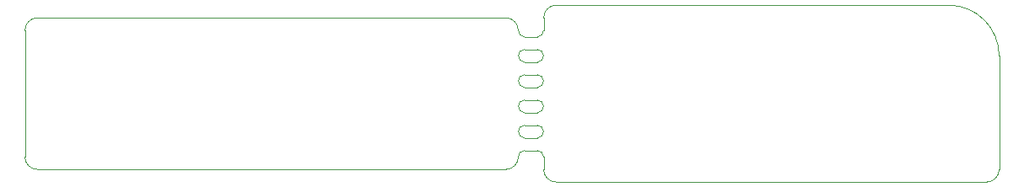
<source format=gbr>
%TF.GenerationSoftware,KiCad,Pcbnew,7.0.1*%
%TF.CreationDate,2023-04-19T17:15:15+02:00*%
%TF.ProjectId,rtl8762ckf-dev-board,72746c38-3736-4326-936b-662d6465762d,0.1.0*%
%TF.SameCoordinates,Original*%
%TF.FileFunction,Profile,NP*%
%FSLAX46Y46*%
G04 Gerber Fmt 4.6, Leading zero omitted, Abs format (unit mm)*
G04 Created by KiCad (PCBNEW 7.0.1) date 2023-04-19 17:15:15*
%MOMM*%
%LPD*%
G01*
G04 APERTURE LIST*
%TA.AperFunction,Profile*%
%ADD10C,0.100000*%
%TD*%
G04 APERTURE END LIST*
D10*
X179069999Y-134620000D02*
G75*
G03*
X180340000Y-135890001I1270001J0D01*
G01*
X177165000Y-122555001D02*
G75*
G03*
X176530001Y-123190000I0J-634999D01*
G01*
X177165000Y-130175001D02*
G75*
G03*
X176530001Y-130810000I0J-634999D01*
G01*
X178435000Y-121284999D02*
G75*
G03*
X179069999Y-120650000I0J634999D01*
G01*
X176530001Y-120650000D02*
G75*
G03*
X175260000Y-119379999I-1270001J0D01*
G01*
X127000000Y-120650000D02*
X126999999Y-133350000D01*
X177165000Y-126364999D02*
X178435000Y-126364999D01*
X179069999Y-128270000D02*
G75*
G03*
X178435000Y-127635001I-634999J0D01*
G01*
X128270000Y-119380000D02*
X175260000Y-119379999D01*
X177165000Y-131444999D02*
X178435000Y-131444999D01*
X223519999Y-135890000D02*
G75*
G03*
X224790000Y-134620000I1J1270000D01*
G01*
X178435000Y-128904999D02*
G75*
G03*
X179069999Y-128270000I0J634999D01*
G01*
X224789999Y-123190000D02*
X224790000Y-134620000D01*
X177165000Y-125095001D02*
G75*
G03*
X176530001Y-125730000I0J-634999D01*
G01*
X126999999Y-133350000D02*
G75*
G03*
X128270000Y-134620001I1270001J0D01*
G01*
X178435000Y-123824999D02*
G75*
G03*
X179069999Y-123190000I0J634999D01*
G01*
X179069999Y-130810000D02*
G75*
G03*
X178435000Y-130175001I-634999J0D01*
G01*
X128270000Y-134620001D02*
X175260000Y-134620001D01*
X177165000Y-130175001D02*
X178435000Y-130175001D01*
X177165000Y-127635001D02*
G75*
G03*
X176530001Y-128270000I0J-634999D01*
G01*
X176530001Y-128270000D02*
G75*
G03*
X177165000Y-128904999I634999J0D01*
G01*
X177165000Y-132715001D02*
G75*
G03*
X176530001Y-133350000I0J-634999D01*
G01*
X179069999Y-125730000D02*
G75*
G03*
X178435000Y-125095001I-634999J0D01*
G01*
X175260000Y-134620001D02*
G75*
G03*
X176530001Y-133350000I0J1270001D01*
G01*
X177165000Y-121284999D02*
X178435000Y-121284999D01*
X177165000Y-125095001D02*
X178435000Y-125095001D01*
X177165000Y-132715001D02*
X178435000Y-132715001D01*
X224790000Y-123190000D02*
G75*
G03*
X219709999Y-118110000I-5080000J0D01*
G01*
X178435000Y-126364999D02*
G75*
G03*
X179069999Y-125730000I0J634999D01*
G01*
X176530001Y-125730000D02*
G75*
G03*
X177165000Y-126364999I634999J0D01*
G01*
X177165000Y-122555001D02*
X178435000Y-122555001D01*
X223519999Y-135890001D02*
X180340000Y-135890001D01*
X179069999Y-133350000D02*
G75*
G03*
X178435000Y-132715001I-634999J0D01*
G01*
X179070000Y-119380000D02*
X179069999Y-120650000D01*
X179069998Y-134620000D02*
X179069999Y-133350000D01*
X177165000Y-127635001D02*
X178435000Y-127635001D01*
X180340000Y-118110000D02*
X219709999Y-118110000D01*
X176530001Y-130810000D02*
G75*
G03*
X177165000Y-131444999I634999J0D01*
G01*
X179069999Y-123190000D02*
G75*
G03*
X178435000Y-122555001I-634999J0D01*
G01*
X180340000Y-118110000D02*
G75*
G03*
X179070000Y-119380000I0J-1270000D01*
G01*
X177165000Y-123824999D02*
X178435000Y-123824999D01*
X178435000Y-131444999D02*
G75*
G03*
X179069999Y-130810000I0J634999D01*
G01*
X128270000Y-119380000D02*
G75*
G03*
X127000000Y-120650000I0J-1270000D01*
G01*
X176530001Y-123190000D02*
G75*
G03*
X177165000Y-123824999I634999J0D01*
G01*
X177165000Y-128904999D02*
X178435000Y-128904999D01*
X176530001Y-120650000D02*
G75*
G03*
X177165000Y-121284999I634999J0D01*
G01*
M02*

</source>
